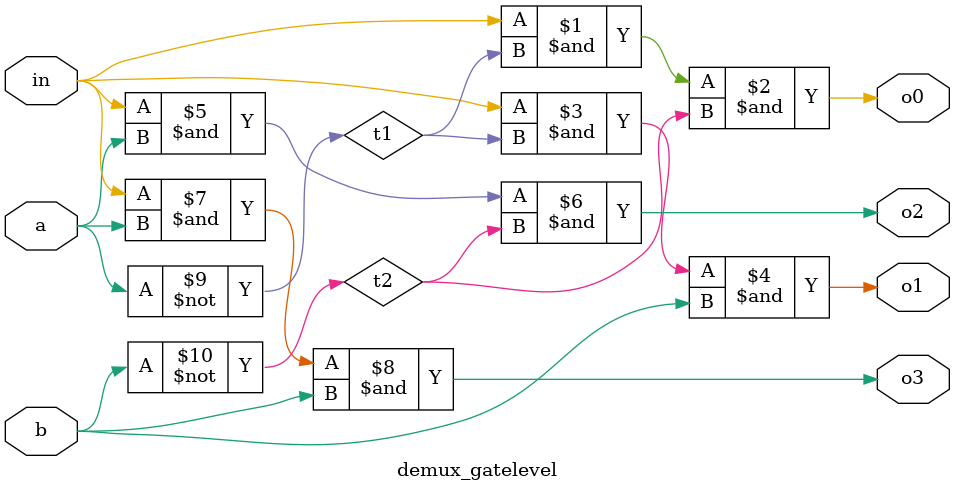
<source format=v>
`timescale 1ns / 1ps
module demux_gatelevel(in,a,b,o0,o1,o2,o3);
input in,a,b;
output o0,o1,o2,o3;
wire t1,t2;
not name1(t1,a);
not name2(t2,b);
and name3(o0,in,t1,t2);
and name4(o1,in,t1,b);
and name5(o2,in,a,t2);
and name6(o3,in,a,b);

endmodule

</source>
